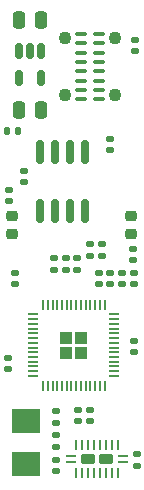
<source format=gbr>
%TF.GenerationSoftware,KiCad,Pcbnew,7.0.5-0*%
%TF.CreationDate,2023-07-15T08:41:56-07:00*%
%TF.ProjectId,PicoROM,5069636f-524f-44d2-9e6b-696361645f70,1.1*%
%TF.SameCoordinates,Original*%
%TF.FileFunction,Paste,Top*%
%TF.FilePolarity,Positive*%
%FSLAX46Y46*%
G04 Gerber Fmt 4.6, Leading zero omitted, Abs format (unit mm)*
G04 Created by KiCad (PCBNEW 7.0.5-0) date 2023-07-15 08:41:56*
%MOMM*%
%LPD*%
G01*
G04 APERTURE LIST*
G04 Aperture macros list*
%AMRoundRect*
0 Rectangle with rounded corners*
0 $1 Rounding radius*
0 $2 $3 $4 $5 $6 $7 $8 $9 X,Y pos of 4 corners*
0 Add a 4 corners polygon primitive as box body*
4,1,4,$2,$3,$4,$5,$6,$7,$8,$9,$2,$3,0*
0 Add four circle primitives for the rounded corners*
1,1,$1+$1,$2,$3*
1,1,$1+$1,$4,$5*
1,1,$1+$1,$6,$7*
1,1,$1+$1,$8,$9*
0 Add four rect primitives between the rounded corners*
20,1,$1+$1,$2,$3,$4,$5,0*
20,1,$1+$1,$4,$5,$6,$7,0*
20,1,$1+$1,$6,$7,$8,$9,0*
20,1,$1+$1,$8,$9,$2,$3,0*%
G04 Aperture macros list end*
%ADD10RoundRect,0.140000X0.170000X-0.140000X0.170000X0.140000X-0.170000X0.140000X-0.170000X-0.140000X0*%
%ADD11RoundRect,0.218750X-0.256250X0.218750X-0.256250X-0.218750X0.256250X-0.218750X0.256250X0.218750X0*%
%ADD12RoundRect,0.140000X-0.170000X0.140000X-0.170000X-0.140000X0.170000X-0.140000X0.170000X0.140000X0*%
%ADD13R,2.400000X2.000000*%
%ADD14RoundRect,0.218750X0.256250X-0.218750X0.256250X0.218750X-0.256250X0.218750X-0.256250X-0.218750X0*%
%ADD15RoundRect,0.250000X-0.292217X-0.292217X0.292217X-0.292217X0.292217X0.292217X-0.292217X0.292217X0*%
%ADD16RoundRect,0.050000X-0.387500X-0.050000X0.387500X-0.050000X0.387500X0.050000X-0.387500X0.050000X0*%
%ADD17RoundRect,0.050000X-0.050000X-0.387500X0.050000X-0.387500X0.050000X0.387500X-0.050000X0.387500X0*%
%ADD18RoundRect,0.150000X0.150000X-0.825000X0.150000X0.825000X-0.150000X0.825000X-0.150000X-0.825000X0*%
%ADD19RoundRect,0.075000X-0.425000X0.075000X-0.425000X-0.075000X0.425000X-0.075000X0.425000X0.075000X0*%
%ADD20C,1.100000*%
%ADD21RoundRect,0.150000X-0.150000X0.512500X-0.150000X-0.512500X0.150000X-0.512500X0.150000X0.512500X0*%
%ADD22RoundRect,0.250000X0.250000X0.475000X-0.250000X0.475000X-0.250000X-0.475000X0.250000X-0.475000X0*%
%ADD23RoundRect,0.140000X0.140000X0.170000X-0.140000X0.170000X-0.140000X-0.170000X0.140000X-0.170000X0*%
%ADD24RoundRect,0.202500X-0.402500X0.202500X-0.402500X-0.202500X0.402500X-0.202500X0.402500X0.202500X0*%
%ADD25RoundRect,0.062500X-0.350000X0.062500X-0.350000X-0.062500X0.350000X-0.062500X0.350000X0.062500X0*%
%ADD26RoundRect,0.062500X-0.062500X0.350000X-0.062500X-0.350000X0.062500X-0.350000X0.062500X0.350000X0*%
G04 APERTURE END LIST*
D10*
%TO.C,R7*%
X-37280000Y45394000D03*
X-37280000Y46354000D03*
%TD*%
D11*
%TO.C,D2*%
X-35505000Y39836500D03*
X-35505000Y38261500D03*
%TD*%
D12*
%TO.C,C12*%
X-39955000Y23429000D03*
X-39955000Y22469000D03*
%TD*%
D13*
%TO.C,Y1*%
X-44320400Y22483600D03*
X-44320400Y18783600D03*
%TD*%
D10*
%TO.C,C17*%
X-41005000Y35269000D03*
X-41005000Y36229000D03*
%TD*%
%TO.C,R9*%
X-45755000Y41069000D03*
X-45755000Y42029000D03*
%TD*%
D12*
%TO.C,R4*%
X-37945000Y37429000D03*
X-37945000Y36469000D03*
%TD*%
%TO.C,R10*%
X-35255000Y37029000D03*
X-35255000Y36069000D03*
%TD*%
D14*
%TO.C,D1*%
X-45505000Y38261500D03*
X-45505000Y39836500D03*
%TD*%
D15*
%TO.C,U3*%
X-40942500Y29524000D03*
X-40942500Y28249000D03*
X-39667500Y29524000D03*
X-39667500Y28249000D03*
D16*
X-43742500Y31486500D03*
X-43742500Y31086500D03*
X-43742500Y30686500D03*
X-43742500Y30286500D03*
X-43742500Y29886500D03*
X-43742500Y29486500D03*
X-43742500Y29086500D03*
X-43742500Y28686500D03*
X-43742500Y28286500D03*
X-43742500Y27886500D03*
X-43742500Y27486500D03*
X-43742500Y27086500D03*
X-43742500Y26686500D03*
X-43742500Y26286500D03*
D17*
X-42905000Y25449000D03*
X-42505000Y25449000D03*
X-42105000Y25449000D03*
X-41705000Y25449000D03*
X-41305000Y25449000D03*
X-40905000Y25449000D03*
X-40505000Y25449000D03*
X-40105000Y25449000D03*
X-39705000Y25449000D03*
X-39305000Y25449000D03*
X-38905000Y25449000D03*
X-38505000Y25449000D03*
X-38105000Y25449000D03*
X-37705000Y25449000D03*
D16*
X-36867500Y26286500D03*
X-36867500Y26686500D03*
X-36867500Y27086500D03*
X-36867500Y27486500D03*
X-36867500Y27886500D03*
X-36867500Y28286500D03*
X-36867500Y28686500D03*
X-36867500Y29086500D03*
X-36867500Y29486500D03*
X-36867500Y29886500D03*
X-36867500Y30286500D03*
X-36867500Y30686500D03*
X-36867500Y31086500D03*
X-36867500Y31486500D03*
D17*
X-37705000Y32324000D03*
X-38105000Y32324000D03*
X-38505000Y32324000D03*
X-38905000Y32324000D03*
X-39305000Y32324000D03*
X-39705000Y32324000D03*
X-40105000Y32324000D03*
X-40505000Y32324000D03*
X-40905000Y32324000D03*
X-41305000Y32324000D03*
X-41705000Y32324000D03*
X-42105000Y32324000D03*
X-42505000Y32324000D03*
X-42905000Y32324000D03*
%TD*%
D12*
%TO.C,R5*%
X-41855000Y21254000D03*
X-41855000Y20294000D03*
%TD*%
D18*
%TO.C,U2*%
X-43210000Y40274000D03*
X-41940000Y40274000D03*
X-40670000Y40274000D03*
X-39400000Y40274000D03*
X-39400000Y45224000D03*
X-40670000Y45224000D03*
X-41940000Y45224000D03*
X-43210000Y45224000D03*
%TD*%
D10*
%TO.C,C10*%
X-40005000Y35269000D03*
X-40005000Y36229000D03*
%TD*%
D19*
%TO.C,J1*%
X-38180000Y55229000D03*
X-38180000Y54439000D03*
X-38180000Y53649000D03*
X-38180000Y52859000D03*
X-38180000Y52069000D03*
X-38180000Y51279000D03*
X-38180000Y50489000D03*
X-38180000Y49699000D03*
X-39700000Y49699000D03*
X-39700000Y50489000D03*
X-39700000Y51279000D03*
X-39700000Y52069000D03*
X-39700000Y52859000D03*
X-39700000Y53649000D03*
X-39700000Y54439000D03*
X-39700000Y55229000D03*
D20*
X-36790000Y54849000D03*
X-41090000Y54849000D03*
X-36790000Y50049000D03*
X-41090000Y50049000D03*
%TD*%
D10*
%TO.C,C8*%
X-38205000Y34069000D03*
X-38205000Y35029000D03*
%TD*%
D12*
%TO.C,C3*%
X-41855000Y19179000D03*
X-41855000Y18219000D03*
%TD*%
D21*
%TO.C,U1*%
X-43055000Y53776500D03*
X-44005000Y53776500D03*
X-44955000Y53776500D03*
X-44955000Y51501500D03*
X-43055000Y51501500D03*
%TD*%
D22*
%TO.C,C4*%
X-43055000Y48829000D03*
X-44955000Y48829000D03*
%TD*%
D10*
%TO.C,C13*%
X-35205000Y28319000D03*
X-35205000Y29279000D03*
%TD*%
%TO.C,C9*%
X-45305000Y34049000D03*
X-45305000Y35009000D03*
%TD*%
D12*
%TO.C,C11*%
X-45905000Y27829000D03*
X-45905000Y26869000D03*
%TD*%
%TO.C,R6*%
X-35155000Y54754000D03*
X-35155000Y53794000D03*
%TD*%
D10*
%TO.C,R1*%
X-44555000Y42669000D03*
X-44555000Y43629000D03*
%TD*%
D12*
%TO.C,C18*%
X-34955000Y19629000D03*
X-34955000Y18669000D03*
%TD*%
D10*
%TO.C,C15*%
X-36205000Y34069000D03*
X-36205000Y35029000D03*
%TD*%
%TO.C,C16*%
X-37205000Y34069000D03*
X-37205000Y35029000D03*
%TD*%
D12*
%TO.C,C2*%
X-41855000Y23279000D03*
X-41855000Y22319000D03*
%TD*%
D10*
%TO.C,C7*%
X-42005000Y35269000D03*
X-42005000Y36229000D03*
%TD*%
D23*
%TO.C,C5*%
X-45025000Y47049000D03*
X-45985000Y47049000D03*
%TD*%
D22*
%TO.C,C1*%
X-43055000Y56449000D03*
X-44955000Y56449000D03*
%TD*%
D12*
%TO.C,C6*%
X-38905000Y23429000D03*
X-38905000Y22469000D03*
%TD*%
D10*
%TO.C,C14*%
X-35205000Y34069000D03*
X-35205000Y35029000D03*
%TD*%
D12*
%TO.C,R3*%
X-38945000Y37429000D03*
X-38945000Y36469000D03*
%TD*%
D24*
%TO.C,U4*%
X-37605000Y19211500D03*
X-39105000Y19211500D03*
D25*
X-36167500Y19461500D03*
D26*
X-36605000Y20399000D03*
X-37105000Y20399000D03*
X-37605000Y20399000D03*
X-38105000Y20399000D03*
X-38605000Y20399000D03*
X-39105000Y20399000D03*
X-39605000Y20399000D03*
X-40105000Y20399000D03*
D25*
X-40542500Y19461500D03*
X-40542500Y18961500D03*
D26*
X-40105000Y18024000D03*
X-39605000Y18024000D03*
X-39105000Y18024000D03*
X-38605000Y18024000D03*
X-38105000Y18024000D03*
X-37605000Y18024000D03*
X-37105000Y18024000D03*
X-36605000Y18024000D03*
D25*
X-36167500Y18961500D03*
%TD*%
M02*

</source>
